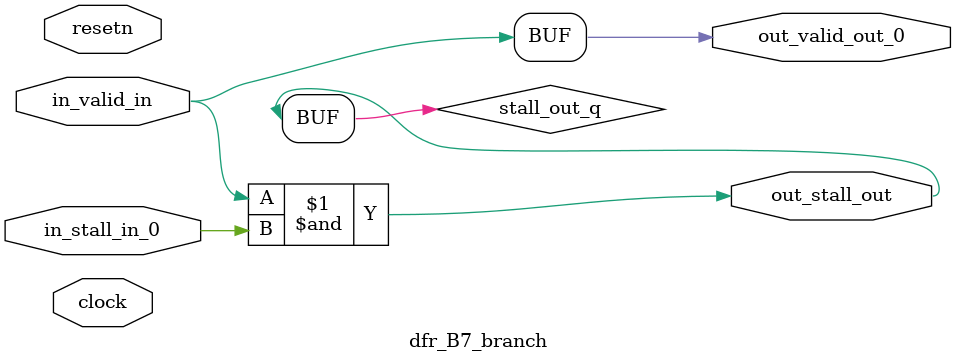
<source format=sv>



(* altera_attribute = "-name AUTO_SHIFT_REGISTER_RECOGNITION OFF; -name MESSAGE_DISABLE 10036; -name MESSAGE_DISABLE 10037; -name MESSAGE_DISABLE 14130; -name MESSAGE_DISABLE 14320; -name MESSAGE_DISABLE 15400; -name MESSAGE_DISABLE 14130; -name MESSAGE_DISABLE 10036; -name MESSAGE_DISABLE 12020; -name MESSAGE_DISABLE 12030; -name MESSAGE_DISABLE 12010; -name MESSAGE_DISABLE 12110; -name MESSAGE_DISABLE 14320; -name MESSAGE_DISABLE 13410; -name MESSAGE_DISABLE 113007; -name MESSAGE_DISABLE 10958" *)
module dfr_B7_branch (
    input wire [0:0] in_stall_in_0,
    input wire [0:0] in_valid_in,
    output wire [0:0] out_stall_out,
    output wire [0:0] out_valid_out_0,
    input wire clock,
    input wire resetn
    );

    wire [0:0] stall_out_q;


    // stall_out(LOGICAL,6)
    assign stall_out_q = in_valid_in & in_stall_in_0;

    // out_stall_out(GPOUT,4)
    assign out_stall_out = stall_out_q;

    // out_valid_out_0(GPOUT,5)
    assign out_valid_out_0 = in_valid_in;

endmodule

</source>
